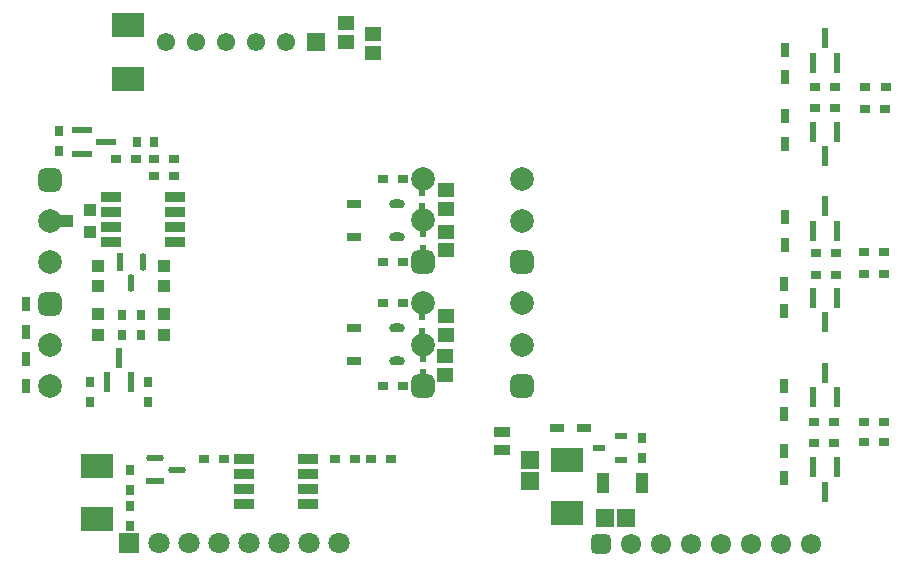
<source format=gbr>
%TF.GenerationSoftware,Altium Limited,Altium Designer,21.6.4 (81)*%
G04 Layer_Color=16711935*
%FSLAX43Y43*%
%MOMM*%
%TF.SameCoordinates,EF7AACBD-433E-4B6D-8733-A8E214C0EB56*%
%TF.FilePolarity,Negative*%
%TF.FileFunction,Soldermask,Bot*%
%TF.Part,Single*%
G01*
G75*
%TA.AperFunction,SMDPad,CuDef*%
%ADD11R,0.900X0.800*%
%TA.AperFunction,ComponentPad*%
%ADD29C,1.550*%
%ADD30R,1.550X1.550*%
%TA.AperFunction,SMDPad,CuDef*%
%ADD32R,0.800X0.900*%
%ADD33R,1.524X0.578*%
G04:AMPARAMS|DCode=34|XSize=1.524mm|YSize=0.578mm|CornerRadius=0.289mm|HoleSize=0mm|Usage=FLASHONLY|Rotation=0.000|XOffset=0mm|YOffset=0mm|HoleType=Round|Shape=RoundedRectangle|*
%AMROUNDEDRECTD34*
21,1,1.524,0.000,0,0,0.0*
21,1,0.946,0.578,0,0,0.0*
1,1,0.578,0.473,0.000*
1,1,0.578,-0.473,0.000*
1,1,0.578,-0.473,0.000*
1,1,0.578,0.473,0.000*
%
%ADD34ROUNDEDRECTD34*%
%ADD36R,2.800X2.000*%
%ADD37R,1.456X1.305*%
%ADD38R,1.308X0.762*%
G04:AMPARAMS|DCode=39|XSize=1.308mm|YSize=0.762mm|CornerRadius=0.381mm|HoleSize=0mm|Usage=FLASHONLY|Rotation=0.000|XOffset=0mm|YOffset=0mm|HoleType=Round|Shape=RoundedRectangle|*
%AMROUNDEDRECTD39*
21,1,1.308,0.000,0,0,0.0*
21,1,0.546,0.762,0,0,0.0*
1,1,0.762,0.273,0.000*
1,1,0.762,-0.273,0.000*
1,1,0.762,-0.273,0.000*
1,1,0.762,0.273,0.000*
%
%ADD39ROUNDEDRECTD39*%
%ADD41R,0.608X1.686*%
%ADD42R,1.012X1.059*%
%ADD43R,0.578X1.524*%
G04:AMPARAMS|DCode=44|XSize=1.524mm|YSize=0.578mm|CornerRadius=0.289mm|HoleSize=0mm|Usage=FLASHONLY|Rotation=270.000|XOffset=0mm|YOffset=0mm|HoleType=Round|Shape=RoundedRectangle|*
%AMROUNDEDRECTD44*
21,1,1.524,0.000,0,0,270.0*
21,1,0.946,0.578,0,0,270.0*
1,1,0.578,0.000,-0.473*
1,1,0.578,0.000,0.473*
1,1,0.578,0.000,0.473*
1,1,0.578,0.000,-0.473*
%
%ADD44ROUNDEDRECTD44*%
%ADD46R,1.686X0.608*%
%ADD49R,1.350X0.950*%
%ADD50R,1.556X1.505*%
%ADD51R,1.086X0.528*%
%ADD52R,1.505X1.556*%
%ADD53R,1.000X1.700*%
%ADD63R,1.728X0.853*%
%ADD64R,0.603X0.683*%
%ADD65R,0.803X0.903*%
%ADD66R,1.103X1.003*%
%ADD67R,0.703X1.278*%
%ADD68R,1.278X0.703*%
%TA.AperFunction,ComponentPad*%
%ADD69C,2.003*%
G04:AMPARAMS|DCode=70|XSize=2.003mm|YSize=2.003mm|CornerRadius=0.552mm|HoleSize=0mm|Usage=FLASHONLY|Rotation=270.000|XOffset=0mm|YOffset=0mm|HoleType=Round|Shape=RoundedRectangle|*
%AMROUNDEDRECTD70*
21,1,2.003,0.900,0,0,270.0*
21,1,0.900,2.003,0,0,270.0*
1,1,1.103,-0.450,-0.450*
1,1,1.103,-0.450,0.450*
1,1,1.103,0.450,0.450*
1,1,1.103,0.450,-0.450*
%
%ADD70ROUNDEDRECTD70*%
%ADD71C,1.803*%
%ADD72R,1.803X1.803*%
%ADD73C,1.723*%
G04:AMPARAMS|DCode=74|XSize=1.723mm|YSize=1.723mm|CornerRadius=0.482mm|HoleSize=0mm|Usage=FLASHONLY|Rotation=0.000|XOffset=0mm|YOffset=0mm|HoleType=Round|Shape=RoundedRectangle|*
%AMROUNDEDRECTD74*
21,1,1.723,0.760,0,0,0.0*
21,1,0.760,1.723,0,0,0.0*
1,1,0.963,0.380,-0.380*
1,1,0.963,-0.380,-0.380*
1,1,0.963,-0.380,0.380*
1,1,0.963,0.380,0.380*
%
%ADD74ROUNDEDRECTD74*%
D11*
X28882Y16891D02*
D03*
X30582D02*
D03*
X44753D02*
D03*
X43053D02*
D03*
X41668D02*
D03*
X39968D02*
D03*
X45745Y23038D02*
D03*
X44045D02*
D03*
X45745Y40589D02*
D03*
X44045D02*
D03*
X45745Y30074D02*
D03*
X44045D02*
D03*
X45745Y33553D02*
D03*
X44045D02*
D03*
X21426Y42266D02*
D03*
X23126D02*
D03*
X24677D02*
D03*
X26377D02*
D03*
Y40792D02*
D03*
X24677D02*
D03*
X82333Y46533D02*
D03*
X80633D02*
D03*
X86499Y32512D02*
D03*
X84799D02*
D03*
X80608Y48311D02*
D03*
X82308D02*
D03*
X84900Y48362D02*
D03*
X86600D02*
D03*
X86550Y46482D02*
D03*
X84850D02*
D03*
X84799Y34392D02*
D03*
X86499D02*
D03*
X82384Y32461D02*
D03*
X80684D02*
D03*
X80709Y34315D02*
D03*
X82409D02*
D03*
X80571Y19964D02*
D03*
X82271D02*
D03*
X84760Y19990D02*
D03*
X86460D02*
D03*
Y18263D02*
D03*
X84760D02*
D03*
X82271Y18237D02*
D03*
X80571D02*
D03*
D29*
X25654Y52172D02*
D03*
X28194D02*
D03*
X30734D02*
D03*
X33274D02*
D03*
X35814D02*
D03*
D30*
X38354D02*
D03*
D32*
X22606Y11203D02*
D03*
Y12903D02*
D03*
Y14249D02*
D03*
Y15949D02*
D03*
X19253Y21668D02*
D03*
Y23368D02*
D03*
X24155Y21668D02*
D03*
Y23368D02*
D03*
X23546Y27358D02*
D03*
Y29058D02*
D03*
X21920Y27383D02*
D03*
Y29083D02*
D03*
X16662Y44626D02*
D03*
Y42926D02*
D03*
X65964Y16916D02*
D03*
Y18616D02*
D03*
D33*
X24790Y15011D02*
D03*
D34*
Y16911D02*
D03*
X26611Y15961D02*
D03*
D36*
X19812Y11771D02*
D03*
Y16271D02*
D03*
X22428Y53558D02*
D03*
Y49058D02*
D03*
X59665Y12304D02*
D03*
Y16804D02*
D03*
D37*
X40945Y52158D02*
D03*
Y53760D02*
D03*
X43205Y51230D02*
D03*
Y52832D02*
D03*
X49352Y39637D02*
D03*
Y38036D02*
D03*
X49301Y23976D02*
D03*
Y25578D02*
D03*
X49352Y34505D02*
D03*
Y36107D02*
D03*
Y28919D02*
D03*
Y27317D02*
D03*
D38*
X41587Y25146D02*
D03*
Y35662D02*
D03*
Y38481D02*
D03*
Y27965D02*
D03*
D39*
X45237Y25146D02*
D03*
Y35662D02*
D03*
Y38481D02*
D03*
Y27965D02*
D03*
D41*
X22758Y23382D02*
D03*
X20726D02*
D03*
X21742Y25437D02*
D03*
X80493Y30466D02*
D03*
X82525D02*
D03*
X81509Y28411D02*
D03*
X82525Y36197D02*
D03*
X80493D02*
D03*
X81509Y38252D02*
D03*
X82474Y22061D02*
D03*
X80442D02*
D03*
X81458Y24117D02*
D03*
X80467Y16141D02*
D03*
X82499D02*
D03*
X81483Y14085D02*
D03*
X80467Y44563D02*
D03*
X82499D02*
D03*
X81483Y42508D02*
D03*
X82499Y50421D02*
D03*
X80467D02*
D03*
X81483Y52476D02*
D03*
D42*
X25552Y27380D02*
D03*
Y29134D02*
D03*
X19939Y27380D02*
D03*
Y29134D02*
D03*
Y31457D02*
D03*
Y33211D02*
D03*
X25552Y31457D02*
D03*
Y33211D02*
D03*
D43*
X21793Y33553D02*
D03*
D44*
X23693D02*
D03*
X22743Y31733D02*
D03*
D46*
X18530Y42697D02*
D03*
Y44729D02*
D03*
X20586Y43713D02*
D03*
D49*
X54102Y19140D02*
D03*
Y17640D02*
D03*
D50*
X56464Y14988D02*
D03*
Y16789D02*
D03*
D51*
X64199Y18771D02*
D03*
Y16739D02*
D03*
X62343Y17755D02*
D03*
D52*
X62853Y11887D02*
D03*
X64655D02*
D03*
D53*
X65962Y14808D02*
D03*
X62662D02*
D03*
D63*
X32270Y16891D02*
D03*
Y15621D02*
D03*
Y14351D02*
D03*
Y13081D02*
D03*
X37694D02*
D03*
Y14351D02*
D03*
Y15621D02*
D03*
Y16891D02*
D03*
X21037Y39065D02*
D03*
Y37795D02*
D03*
Y36525D02*
D03*
Y35255D02*
D03*
X26461D02*
D03*
Y36525D02*
D03*
Y37795D02*
D03*
Y39065D02*
D03*
D64*
X47422Y34671D02*
D03*
Y35991D02*
D03*
X47396Y39471D02*
D03*
Y38151D02*
D03*
Y28956D02*
D03*
Y27636D02*
D03*
X47422Y24105D02*
D03*
Y25425D02*
D03*
D65*
X24627Y43688D02*
D03*
X23227D02*
D03*
D66*
X17279Y37018D02*
D03*
X19279Y36068D02*
D03*
Y37968D02*
D03*
D67*
X78054Y37332D02*
D03*
Y35008D02*
D03*
Y51479D02*
D03*
Y49155D02*
D03*
Y43542D02*
D03*
Y45866D02*
D03*
X78029Y29369D02*
D03*
Y31693D02*
D03*
Y23006D02*
D03*
Y20682D02*
D03*
Y15221D02*
D03*
Y17545D02*
D03*
X13818Y29940D02*
D03*
Y27616D02*
D03*
Y23019D02*
D03*
Y25343D02*
D03*
D68*
X58757Y19456D02*
D03*
X61081D02*
D03*
D69*
X15850Y26492D02*
D03*
Y22992D02*
D03*
X55855Y40528D02*
D03*
Y37028D02*
D03*
X55853Y30018D02*
D03*
Y26518D02*
D03*
X15850Y37008D02*
D03*
Y33508D02*
D03*
X47422Y37059D02*
D03*
Y40559D02*
D03*
X47423Y26543D02*
D03*
Y30043D02*
D03*
D70*
X15850Y29992D02*
D03*
X55855Y33528D02*
D03*
X55853Y23018D02*
D03*
X15850Y40508D02*
D03*
X47422Y33559D02*
D03*
X47423Y23043D02*
D03*
D71*
X40361Y9779D02*
D03*
X37821D02*
D03*
X32741D02*
D03*
X27661D02*
D03*
X25121D02*
D03*
X30201D02*
D03*
X35281D02*
D03*
D72*
X22581D02*
D03*
D73*
X80289Y9627D02*
D03*
X77749D02*
D03*
X67589D02*
D03*
X65049D02*
D03*
X70129D02*
D03*
X72669D02*
D03*
X75209D02*
D03*
D74*
X62509D02*
D03*
%TF.MD5,716bf2488cd18e9b68a8396c558a83a5*%
M02*

</source>
